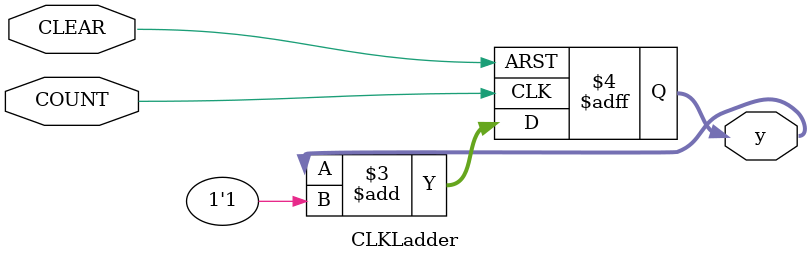
<source format=sv>
module CLKLadder #(parameter N = 4)
(
input COUNT, CLEAR,
output logic [N-1:0] y // y is defined as a register
);
always_ff @ (posedge COUNT, negedge CLEAR)
if (CLEAR==1'b0) y <= 0; // y is loaded with all 0's
else y <= y + 1'b1; // y is incremented
endmodule

</source>
